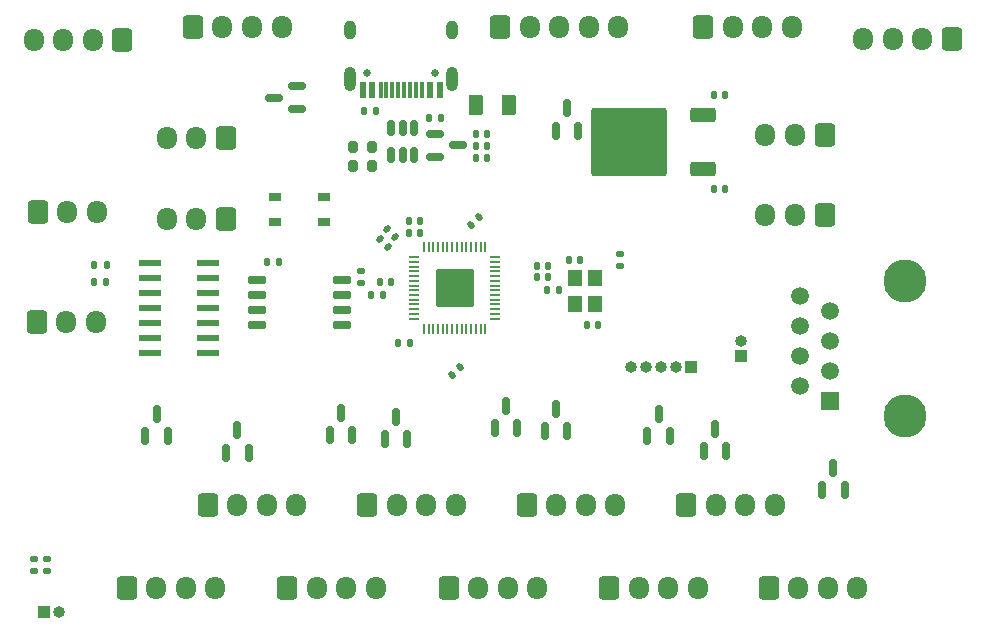
<source format=gbr>
%TF.GenerationSoftware,KiCad,Pcbnew,8.0.6*%
%TF.CreationDate,2024-11-20T00:52:26-08:00*%
%TF.ProjectId,Axion-Board,4178696f-6e2d-4426-9f61-72642e6b6963,rev?*%
%TF.SameCoordinates,Original*%
%TF.FileFunction,Soldermask,Top*%
%TF.FilePolarity,Negative*%
%FSLAX46Y46*%
G04 Gerber Fmt 4.6, Leading zero omitted, Abs format (unit mm)*
G04 Created by KiCad (PCBNEW 8.0.6) date 2024-11-20 00:52:26*
%MOMM*%
%LPD*%
G01*
G04 APERTURE LIST*
G04 Aperture macros list*
%AMRoundRect*
0 Rectangle with rounded corners*
0 $1 Rounding radius*
0 $2 $3 $4 $5 $6 $7 $8 $9 X,Y pos of 4 corners*
0 Add a 4 corners polygon primitive as box body*
4,1,4,$2,$3,$4,$5,$6,$7,$8,$9,$2,$3,0*
0 Add four circle primitives for the rounded corners*
1,1,$1+$1,$2,$3*
1,1,$1+$1,$4,$5*
1,1,$1+$1,$6,$7*
1,1,$1+$1,$8,$9*
0 Add four rect primitives between the rounded corners*
20,1,$1+$1,$2,$3,$4,$5,0*
20,1,$1+$1,$4,$5,$6,$7,0*
20,1,$1+$1,$6,$7,$8,$9,0*
20,1,$1+$1,$8,$9,$2,$3,0*%
G04 Aperture macros list end*
%ADD10R,1.000000X1.000000*%
%ADD11O,1.000000X1.000000*%
%ADD12RoundRect,0.135000X0.185000X-0.135000X0.185000X0.135000X-0.185000X0.135000X-0.185000X-0.135000X0*%
%ADD13RoundRect,0.150000X0.150000X-0.587500X0.150000X0.587500X-0.150000X0.587500X-0.150000X-0.587500X0*%
%ADD14RoundRect,0.250000X-0.600000X-0.725000X0.600000X-0.725000X0.600000X0.725000X-0.600000X0.725000X0*%
%ADD15O,1.700000X1.950000*%
%ADD16RoundRect,0.140000X-0.021213X0.219203X-0.219203X0.021213X0.021213X-0.219203X0.219203X-0.021213X0*%
%ADD17RoundRect,0.150000X0.587500X0.150000X-0.587500X0.150000X-0.587500X-0.150000X0.587500X-0.150000X0*%
%ADD18RoundRect,0.140000X0.219203X0.021213X0.021213X0.219203X-0.219203X-0.021213X-0.021213X-0.219203X0*%
%ADD19RoundRect,0.150000X-0.587500X-0.150000X0.587500X-0.150000X0.587500X0.150000X-0.587500X0.150000X0*%
%ADD20RoundRect,0.200000X0.200000X0.275000X-0.200000X0.275000X-0.200000X-0.275000X0.200000X-0.275000X0*%
%ADD21RoundRect,0.250000X0.600000X0.725000X-0.600000X0.725000X-0.600000X-0.725000X0.600000X-0.725000X0*%
%ADD22RoundRect,0.150000X-0.650000X-0.150000X0.650000X-0.150000X0.650000X0.150000X-0.650000X0.150000X0*%
%ADD23RoundRect,0.250000X-0.375000X-0.625000X0.375000X-0.625000X0.375000X0.625000X-0.375000X0.625000X0*%
%ADD24RoundRect,0.050000X0.050000X-0.387500X0.050000X0.387500X-0.050000X0.387500X-0.050000X-0.387500X0*%
%ADD25RoundRect,0.050000X0.387500X-0.050000X0.387500X0.050000X-0.387500X0.050000X-0.387500X-0.050000X0*%
%ADD26RoundRect,0.144000X1.456000X-1.456000X1.456000X1.456000X-1.456000X1.456000X-1.456000X-1.456000X0*%
%ADD27RoundRect,0.140000X-0.140000X-0.170000X0.140000X-0.170000X0.140000X0.170000X-0.140000X0.170000X0*%
%ADD28RoundRect,0.140000X0.140000X0.170000X-0.140000X0.170000X-0.140000X-0.170000X0.140000X-0.170000X0*%
%ADD29RoundRect,0.135000X0.135000X0.185000X-0.135000X0.185000X-0.135000X-0.185000X0.135000X-0.185000X0*%
%ADD30RoundRect,0.135000X-0.135000X-0.185000X0.135000X-0.185000X0.135000X0.185000X-0.135000X0.185000X0*%
%ADD31RoundRect,0.150000X0.150000X-0.512500X0.150000X0.512500X-0.150000X0.512500X-0.150000X-0.512500X0*%
%ADD32RoundRect,0.140000X0.021213X-0.219203X0.219203X-0.021213X-0.021213X0.219203X-0.219203X0.021213X0*%
%ADD33C,3.650000*%
%ADD34R,1.500000X1.500000*%
%ADD35C,1.500000*%
%ADD36R,1.050000X0.650000*%
%ADD37R,1.200000X1.400000*%
%ADD38C,0.650000*%
%ADD39R,0.600000X1.450000*%
%ADD40R,0.300000X1.450000*%
%ADD41O,1.000000X2.100000*%
%ADD42O,1.000000X1.600000*%
%ADD43RoundRect,0.140000X0.170000X-0.140000X0.170000X0.140000X-0.170000X0.140000X-0.170000X-0.140000X0*%
%ADD44R,1.981200X0.558800*%
%ADD45RoundRect,0.250000X0.850000X0.350000X-0.850000X0.350000X-0.850000X-0.350000X0.850000X-0.350000X0*%
%ADD46RoundRect,0.249997X2.950003X2.650003X-2.950003X2.650003X-2.950003X-2.650003X2.950003X-2.650003X0*%
G04 APERTURE END LIST*
D10*
%TO.C,J6*%
X163000000Y-83100000D03*
D11*
X163000000Y-81830000D03*
%TD*%
D12*
%TO.C,R2*%
X152750000Y-75540000D03*
X152750000Y-74520000D03*
%TD*%
D13*
%TO.C,Q2*%
X142167500Y-89200000D03*
X144067500Y-89200000D03*
X143117500Y-87325000D03*
%TD*%
D10*
%TO.C,J2*%
X158800000Y-84075000D03*
D11*
X157530000Y-84075000D03*
X156260000Y-84075000D03*
X154990000Y-84075000D03*
X153720000Y-84075000D03*
%TD*%
D14*
%TO.C,BTN2*%
X151850000Y-102725000D03*
D15*
X154350000Y-102725000D03*
X156850000Y-102725000D03*
X159350000Y-102725000D03*
%TD*%
D14*
%TO.C,BTN7*%
X117850000Y-95775000D03*
D15*
X120350000Y-95775000D03*
X122850000Y-95775000D03*
X125350000Y-95775000D03*
%TD*%
D14*
%TO.C,BTN0*%
X165350000Y-102725000D03*
D15*
X167850000Y-102725000D03*
X170350000Y-102725000D03*
X172850000Y-102725000D03*
%TD*%
D14*
%TO.C,BTN8*%
X111000000Y-102725000D03*
D15*
X113500000Y-102725000D03*
X116000000Y-102725000D03*
X118500000Y-102725000D03*
%TD*%
D13*
%TO.C,Q10*%
X132817500Y-90175000D03*
X134717500Y-90175000D03*
X133767500Y-88300000D03*
%TD*%
D16*
%TO.C,C12*%
X139250000Y-84050000D03*
X138571178Y-84728822D03*
%TD*%
D17*
%TO.C,Q7*%
X125367500Y-62200000D03*
X125367500Y-60300000D03*
X123492500Y-61250000D03*
%TD*%
D12*
%TO.C,R10*%
X103167500Y-101320000D03*
X103167500Y-100300000D03*
%TD*%
D18*
%TO.C,C8*%
X133700000Y-73050000D03*
X133021178Y-72371178D03*
%TD*%
D19*
%TO.C,U4*%
X137125000Y-64350000D03*
X137125000Y-66250000D03*
X139000000Y-65300000D03*
%TD*%
D14*
%TO.C,BTN6*%
X124600000Y-102725000D03*
D15*
X127100000Y-102725000D03*
X129600000Y-102725000D03*
X132100000Y-102725000D03*
%TD*%
D14*
%TO.C,J16*%
X103367500Y-80250000D03*
D15*
X105867500Y-80250000D03*
X108367500Y-80250000D03*
%TD*%
D20*
%TO.C,R6*%
X131800000Y-67000000D03*
X130150000Y-67000000D03*
%TD*%
D13*
%TO.C,Q8*%
X159867500Y-91200000D03*
X161767500Y-91200000D03*
X160817500Y-89325000D03*
%TD*%
D14*
%TO.C,J19*%
X142600000Y-55250000D03*
D15*
X145100000Y-55250000D03*
X147600000Y-55250000D03*
X150100000Y-55250000D03*
X152600000Y-55250000D03*
%TD*%
D21*
%TO.C,J17*%
X180850000Y-56300000D03*
D15*
X178350000Y-56300000D03*
X175850000Y-56300000D03*
X173350000Y-56300000D03*
%TD*%
D22*
%TO.C,U1*%
X122000000Y-76690000D03*
X122000000Y-77960000D03*
X122000000Y-79230000D03*
X122000000Y-80500000D03*
X129200000Y-80500000D03*
X129200000Y-79230000D03*
X129200000Y-77960000D03*
X129200000Y-76690000D03*
%TD*%
D23*
%TO.C,F1*%
X140600000Y-61900000D03*
X143400000Y-61900000D03*
%TD*%
D18*
%TO.C,C4*%
X133078822Y-73878822D03*
X132400000Y-73200000D03*
%TD*%
D13*
%TO.C,Q4*%
X155067500Y-89900000D03*
X156967500Y-89900000D03*
X156017500Y-88025000D03*
%TD*%
D24*
%TO.C,U3*%
X136150000Y-80800000D03*
X136550000Y-80800000D03*
X136950000Y-80800000D03*
X137350000Y-80800000D03*
X137750000Y-80800000D03*
X138150000Y-80800000D03*
X138550000Y-80800000D03*
X138950000Y-80800000D03*
X139350000Y-80800000D03*
X139750000Y-80800000D03*
X140150000Y-80800000D03*
X140550000Y-80800000D03*
X140950000Y-80800000D03*
X141350000Y-80800000D03*
D25*
X142187500Y-79962500D03*
X142187500Y-79562500D03*
X142187500Y-79162500D03*
X142187500Y-78762500D03*
X142187500Y-78362500D03*
X142187500Y-77962500D03*
X142187500Y-77562500D03*
X142187500Y-77162500D03*
X142187500Y-76762500D03*
X142187500Y-76362500D03*
X142187500Y-75962500D03*
X142187500Y-75562500D03*
X142187500Y-75162500D03*
X142187500Y-74762500D03*
D24*
X141350000Y-73925000D03*
X140950000Y-73925000D03*
X140550000Y-73925000D03*
X140150000Y-73925000D03*
X139750000Y-73925000D03*
X139350000Y-73925000D03*
X138950000Y-73925000D03*
X138550000Y-73925000D03*
X138150000Y-73925000D03*
X137750000Y-73925000D03*
X137350000Y-73925000D03*
X136950000Y-73925000D03*
X136550000Y-73925000D03*
X136150000Y-73925000D03*
D25*
X135312500Y-74762500D03*
X135312500Y-75162500D03*
X135312500Y-75562500D03*
X135312500Y-75962500D03*
X135312500Y-76362500D03*
X135312500Y-76762500D03*
X135312500Y-77162500D03*
X135312500Y-77562500D03*
X135312500Y-77962500D03*
X135312500Y-78362500D03*
X135312500Y-78762500D03*
X135312500Y-79162500D03*
X135312500Y-79562500D03*
X135312500Y-79962500D03*
D26*
X138750000Y-77362500D03*
%TD*%
D13*
%TO.C,Q9*%
X146367500Y-89500000D03*
X148267500Y-89500000D03*
X147317500Y-87625000D03*
%TD*%
D27*
%TO.C,C2*%
X149950000Y-80480000D03*
X150910000Y-80480000D03*
%TD*%
D28*
%TO.C,C14*%
X135820000Y-71725000D03*
X134860000Y-71725000D03*
%TD*%
D14*
%TO.C,J15*%
X103442500Y-70950000D03*
D15*
X105942500Y-70950000D03*
X108442500Y-70950000D03*
%TD*%
D21*
%TO.C,J21*%
X119400000Y-64700000D03*
D15*
X116900000Y-64700000D03*
X114400000Y-64700000D03*
%TD*%
D14*
%TO.C,BTN3*%
X144850000Y-95775000D03*
D15*
X147350000Y-95775000D03*
X149850000Y-95775000D03*
X152350000Y-95775000D03*
%TD*%
D27*
%TO.C,C10*%
X145700000Y-76470000D03*
X146660000Y-76470000D03*
%TD*%
D20*
%TO.C,R5*%
X131800000Y-65400000D03*
X130150000Y-65400000D03*
%TD*%
D29*
%TO.C,R1*%
X123910000Y-75160000D03*
X122890000Y-75160000D03*
%TD*%
D21*
%TO.C,J18*%
X110600000Y-56350000D03*
D15*
X108100000Y-56350000D03*
X105600000Y-56350000D03*
X103100000Y-56350000D03*
%TD*%
D28*
%TO.C,C15*%
X134950000Y-82050000D03*
X133990000Y-82050000D03*
%TD*%
D21*
%TO.C,J14*%
X119400000Y-71500000D03*
D15*
X116900000Y-71500000D03*
X114400000Y-71500000D03*
%TD*%
D28*
%TO.C,C13*%
X133400000Y-76900000D03*
X132440000Y-76900000D03*
%TD*%
D30*
%TO.C,R3*%
X136600000Y-63000000D03*
X137620000Y-63000000D03*
%TD*%
D13*
%TO.C,Q6*%
X147317500Y-64037500D03*
X149217500Y-64037500D03*
X148267500Y-62162500D03*
%TD*%
D28*
%TO.C,C17*%
X141500000Y-66350000D03*
X140540000Y-66350000D03*
%TD*%
%TO.C,C16*%
X141500000Y-64350000D03*
X140540000Y-64350000D03*
%TD*%
D14*
%TO.C,BTN9*%
X159800000Y-55300000D03*
D15*
X162300000Y-55300000D03*
X164800000Y-55300000D03*
X167300000Y-55300000D03*
%TD*%
D13*
%TO.C,Q1*%
X128167500Y-89800000D03*
X130067500Y-89800000D03*
X129117500Y-87925000D03*
%TD*%
D31*
%TO.C,U2*%
X133400000Y-66100000D03*
X134350000Y-66100000D03*
X135300000Y-66100000D03*
X135300000Y-63825000D03*
X134350000Y-63825000D03*
X133400000Y-63825000D03*
%TD*%
D29*
%TO.C,R7*%
X147580000Y-77520000D03*
X146560000Y-77520000D03*
%TD*%
D28*
%TO.C,C5*%
X132650000Y-77925000D03*
X131690000Y-77925000D03*
%TD*%
D27*
%TO.C,C18*%
X160700000Y-69015000D03*
X161660000Y-69015000D03*
%TD*%
D14*
%TO.C,BTN5*%
X131350000Y-95775000D03*
D15*
X133850000Y-95775000D03*
X136350000Y-95775000D03*
X138850000Y-95775000D03*
%TD*%
D13*
%TO.C,Q3*%
X112567500Y-89900000D03*
X114467500Y-89900000D03*
X113517500Y-88025000D03*
%TD*%
D21*
%TO.C,J3*%
X170075000Y-71225000D03*
D15*
X167575000Y-71225000D03*
X165075000Y-71225000D03*
%TD*%
D32*
%TO.C,C11*%
X140150000Y-72000000D03*
X140828822Y-71321178D03*
%TD*%
D13*
%TO.C,Q5*%
X169867500Y-94500000D03*
X171767500Y-94500000D03*
X170817500Y-92625000D03*
%TD*%
D27*
%TO.C,C19*%
X160685000Y-60990000D03*
X161645000Y-60990000D03*
%TD*%
D10*
%TO.C,J7*%
X103997500Y-104800000D03*
D11*
X105267500Y-104800000D03*
%TD*%
D12*
%TO.C,R11*%
X104217500Y-101320000D03*
X104217500Y-100300000D03*
%TD*%
D28*
%TO.C,C9*%
X135820000Y-72700000D03*
X134860000Y-72700000D03*
%TD*%
D33*
%TO.C,J20*%
X176850000Y-88175000D03*
X176850000Y-76745000D03*
D34*
X170500000Y-86905000D03*
D35*
X167960000Y-85635000D03*
X170500000Y-84365000D03*
X167960000Y-83095000D03*
X170500000Y-81825000D03*
X167960000Y-80555000D03*
X170500000Y-79285000D03*
X167960000Y-78015000D03*
%TD*%
D30*
%TO.C,R8*%
X108222500Y-76875000D03*
X109242500Y-76875000D03*
%TD*%
D36*
%TO.C,SW1*%
X123520000Y-69670000D03*
X127670000Y-69670000D03*
X123520000Y-71820000D03*
X127670000Y-71820000D03*
%TD*%
D14*
%TO.C,BTN1*%
X158350000Y-95775000D03*
D15*
X160850000Y-95775000D03*
X163350000Y-95775000D03*
X165850000Y-95775000D03*
%TD*%
D37*
%TO.C,Y1*%
X148950000Y-76530000D03*
X148950000Y-78730000D03*
X150650000Y-78730000D03*
X150650000Y-76530000D03*
%TD*%
D38*
%TO.C,J1*%
X137120000Y-59150000D03*
X131340000Y-59150000D03*
D39*
X137480000Y-60595000D03*
X136680000Y-60595000D03*
D40*
X135480000Y-60595000D03*
X134480000Y-60595000D03*
X133980000Y-60595000D03*
X132980000Y-60595000D03*
D39*
X131780000Y-60595000D03*
X130980000Y-60595000D03*
D40*
X132480000Y-60595000D03*
X133480000Y-60595000D03*
X134980000Y-60595000D03*
X135980000Y-60595000D03*
D39*
X136680000Y-60595000D03*
D41*
X138550000Y-59680000D03*
D42*
X138550000Y-55500000D03*
D41*
X129910000Y-59680000D03*
D42*
X129910000Y-55500000D03*
%TD*%
D27*
%TO.C,C7*%
X140540000Y-65350000D03*
X141500000Y-65350000D03*
%TD*%
D43*
%TO.C,C1*%
X130800000Y-76910000D03*
X130800000Y-75950000D03*
%TD*%
D29*
%TO.C,R4*%
X132100000Y-62400000D03*
X131080000Y-62400000D03*
%TD*%
D13*
%TO.C,Q11*%
X119417500Y-91300000D03*
X121317500Y-91300000D03*
X120367500Y-89425000D03*
%TD*%
D27*
%TO.C,C6*%
X145700000Y-75500000D03*
X146660000Y-75500000D03*
%TD*%
D44*
%TO.C,U5*%
X117900000Y-82890000D03*
X117900000Y-81620000D03*
X117900000Y-80350000D03*
X117900000Y-79080000D03*
X117900000Y-77810000D03*
X117900000Y-76540000D03*
X117900000Y-75270000D03*
X112972400Y-75270000D03*
X112972400Y-76540000D03*
X112972400Y-77810000D03*
X112972400Y-79080000D03*
X112972400Y-80350000D03*
X112972400Y-81620000D03*
X112972400Y-82890000D03*
%TD*%
D27*
%TO.C,C3*%
X148420000Y-74990000D03*
X149380000Y-74990000D03*
%TD*%
D21*
%TO.C,J4*%
X170075000Y-64425000D03*
D15*
X167575000Y-64425000D03*
X165075000Y-64425000D03*
%TD*%
D30*
%TO.C,R9*%
X108262500Y-75450000D03*
X109282500Y-75450000D03*
%TD*%
D45*
%TO.C,U6*%
X159825000Y-67305000D03*
D46*
X153525000Y-65025000D03*
D45*
X159825000Y-62745000D03*
%TD*%
D14*
%TO.C,BTN10*%
X116600000Y-55300000D03*
D15*
X119100000Y-55300000D03*
X121600000Y-55300000D03*
X124100000Y-55300000D03*
%TD*%
D14*
%TO.C,BTN4*%
X138250000Y-102725000D03*
D15*
X140750000Y-102725000D03*
X143250000Y-102725000D03*
X145750000Y-102725000D03*
%TD*%
M02*

</source>
